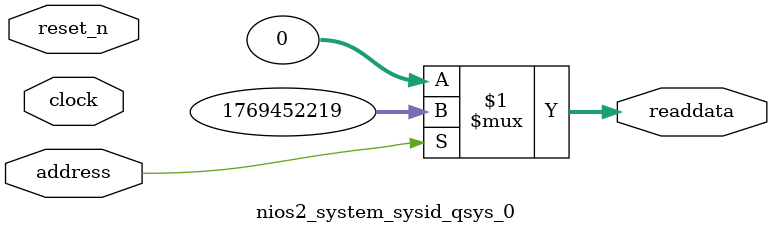
<source format=v>



// synthesis translate_off
`timescale 1ns / 1ps
// synthesis translate_on

// turn off superfluous verilog processor warnings 
// altera message_level Level1 
// altera message_off 10034 10035 10036 10037 10230 10240 10030 

module nios2_system_sysid_qsys_0 (
               // inputs:
                address,
                clock,
                reset_n,

               // outputs:
                readdata
             )
;

  output  [ 31: 0] readdata;
  input            address;
  input            clock;
  input            reset_n;

  wire    [ 31: 0] readdata;
  //control_slave, which is an e_avalon_slave
  assign readdata = address ? 1769452219 : 0;

endmodule



</source>
